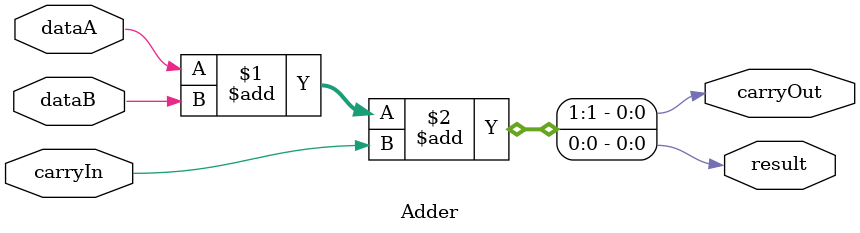
<source format=v>
/******************************************************************************
**
Logisim-evolution
goes
FPGA
automatic
generated
Verilog
code
**
**
https://github.com/logisim-evolution/
**
**
**
**
Component
:
Adder
**
**
**
*****************************************************************************/
module
Adder(
carryIn,
carryOut,
dataA,
dataB,
result
);
/*******************************************************************************
**
Here
all
module
parameters
are
defined
with
a
dummy
value
**
*******************************************************************************/
parameter
extendedBits
=
1;
parameter
nrOfBits
=
1;
/*******************************************************************************
**
The
inputs
are
defined
here
**
*******************************************************************************/
input
carryIn;
input
[nrOfBits-1:0]
dataA;
input
[nrOfBits-1:0]
dataB;
/*******************************************************************************
**
The
outputs
are
defined
here
**
*******************************************************************************/
output
carryOut;
output
[nrOfBits-1:0]
result;
/*******************************************************************************
**
The
wires
are
defined
here
**
*******************************************************************************/
wire
[extendedBits-1:0]
s_extendedDataA;
wire
[extendedBits-1:0]
s_extendedDataB;
wire
[extendedBits-1:0]
s_sumResult;
/*******************************************************************************
**
The
module
functionality
is
described
here
**
*******************************************************************************/
assign
{carryOut,
result}
=
dataA
+
dataB
+
carryIn;
endmodule
</source>
